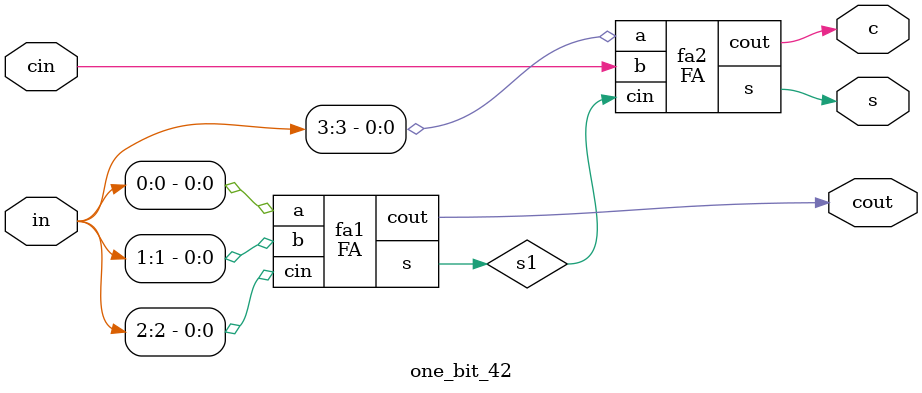
<source format=v>
module comp#(parameter n=5)(
	input [n-1:0]r11,//2^n
	input [n:0]r12,
	input [n-1:0]r13,//2^n -1
	input [n-1:0]r21,
	input [n:0]r22,
	input [n-1:0]r23,
	output reg [n-1:0]out1,
	output reg [n:0]out2,
	output reg [n-1:0]out3
	/*output eq1,
	output r11LTr21*/
    );
wire carry1,carry2,cout1,cout2;
wire [n-1:0]o1,o21,p1,p21,sum1,car1,sum2,car2;
wire [n:0]p2,p22;
reg comp;
wire eq1,eq2,eq3,p1LTp21,p2LTp22,r11LTr21;
//////p11(x)
/*set3_add_ppa63 add2({r11,1'b0},{~r13[n-1:0],~r13[n]},p2);
CSA #(n) add1(r12,~r11,{p2[n-1:0]},sum1,car1);
cla#(n) add3(sum1,{car1[n-2:0],1'b0},1'b0,p1,carry2);*/
set3_add_ppa63 ppa1({r13,1'b0},{~r12[n-1:0],~r12[n]},p2,cout1);
linear42_5bit l1(5'b00001,r11,r13,~r12[n-1:0],sum1,car1);
cla#(n) cla1(sum1,{car1[n-2:0],1'b0},cout1,p1,carry1);
//////p21(x)
/*set3_add_ppa63 add22({r21,1'b0},{~r23[n-1:0],~r23[n]},p22);
CSA #(n) add21(r22,~r21,{p22[n-1:0]},sum2,car2);
cla#(n) add23(sum2,{car2[n-2:0],1'b0},1'b0,p21,carry22);*/
set3_add_ppa63 ppa2({r23,1'b0},{~r22[n-1:0],~r22[n]},p22,cout2);
linear42_5bit l2(5'b00001,r21,r23,~r22[n-1:0],sum2,car2);
cla#(n) cla2(sum2,{car2[n-2:0],1'b0},cout2,p21,carry2);

bin_comp #(3*n+1) inst3({p1,p2,r11},{p21,p22,r21},eq1,r11LTr21);

always @(*) begin

	if(~eq1) begin
		if(~r11LTr21) begin
			out1<=r21;
			out2<=r22;
			out3<=r23;
		end

		else begin
			out1<=r11;
			out2<=r12;
			out3<=r13;
		end
	end
	else begin
		out1<=r11;
		out2<=r12;
		out3<=r13;
	end
end
endmodule

///////////////////////////////////////////////////////////////////////////////
module set3_add_ppa31(
    input [4:0] in1,
    input [4:0] in2,
    output [4:0] out
    );
wire [4:0]P,G;
wire [1:0]gs1,gs2,ps1,ps2;
wire gs3,ps3;
wire [4:0]gs4,ps4;
assign P=in1^in2;
assign G=in1&in2;

GA inst1(G[0],P[0],G[1],P[1],gs1[0],ps1[0]);
GA inst2(G[2],P[2],G[3],P[3],gs1[1],ps1[1]);
GA inst3(gs1[0],ps1[0],G[2],P[2],gs2[0],ps2[0]);
GA inst4(gs1[0],ps1[0],gs1[1],ps1[1],gs2[1],ps2[1]);
GA inst5(gs2[1],ps2[1],G[4],P[4],gs3,ps3);

gaa ins1(gs3,G[0],P[0],gs4[0]);
gaa ins2(gs3,gs1[0],ps1[0],gs4[1]);
gaa ins3(gs3,gs2[0],ps2[0],gs4[2]);
gaa ins4(gs3,gs2[1],gs2[1],gs4[3]);
gaa ins5(gs3,gs3,ps3,gs4[4]);

assign out[4:0]={P[4]^gs4[3],P[3]^gs4[2],P[2]^gs4[1],P[1]^gs4[0],P[0]^(gs3)};
endmodule

module GA(
	input gr,
	input pr,
	input gl,
	input pl,
	output g,
	output p
	);
assign g=gl|(gr&pl);
assign p=pl&pr;
endmodule

module gaa(
	input gr,
	input gl,
	input pl,
	output g
	);
assign g=gl|(gr&pl);
endmodule


module CSA#(parameter n=4)(
	 input [n-1:0] in1,
    input [n-1:0] in2,
	 input [n-1:0] in3,
    output [n-1:0] sum,
	 output [n-1:0] carry
    );

genvar i;
generate for(i=0;i<n;i=i+1) begin:faa
		FA inst (
    .a(in1[i]), 
    .b(in2[i]), 
    .cin(in3[i]), 
    .s(sum[i]), 
    .cout(carry[i])
    );
end
endgenerate

endmodule

module FA(
    input a,
    input b,
    input cin,
    output s,
    output cout
    );
    
    
	 assign s1=a^b;
    assign s=s1^cin;
    assign c1=a&b;
    assign c2=s1&cin;
    assign cout=c1|c2;  
    
endmodule

/////////////////////////////////////////////////////////////////////////////////
module ppa64(
    input [5:0] in1,
    input [5:0] in2,
    output [5:0] out
    );
wire [5:0]P,G;
wire [2:0]gs1,gs2,ps1,ps2;
wire [1:0]gs3,ps3;
wire [5:0]gs4,ps4;
assign P=in1^in2;
assign G=in1&in2;

GA inst1(G[0],P[0],G[1],P[1],gs1[0],ps1[0]);
GA inst2(G[2],P[2],G[3],P[3],gs1[1],ps1[1]);
GA inst6(G[4],P[4],G[5],P[5],gs1[2],ps1[2]);
GA inst3(gs1[0],ps1[0],G[2],P[2],gs2[0],ps2[0]);
GA inst4(gs1[0],ps1[0],gs1[1],ps1[1],gs2[1],ps2[1]);
GA inst5(gs2[1],ps2[1],G[4],P[4],gs3[0],ps3[0]);
GA inst7(gs2[2],ps2[2],gs2[1],ps2[1],gs3[1],ps3[1]);

assign out[5:0]={gs3[0]^P[5],gs2[1]^P[4],gs2[0]^P[3],gs1[0]^P[2],G[0]^P[1],P[0]};

endmodule

module bin_comp #(parameter n=16)(

	input [n-1:0]in1,
	input [n-1:0]in2,
	output reg eq,
	output reg i1LT2);
always@(*) begin
	if(in1==in2) begin
		eq<=1;
	end
	else begin
		eq<=0;
		if(in1>in2)
			i1LT2<=1;
		else
			i1LT2<=0;
	end
end
endmodule

/* module bin_comp #(parameter n=16)(

	input [n-1:0]in1,
	input [n-1:0]in2,
	output reg [n-1:0]out);
always@(*) begin
	if(in1==in2) begin
		out<=in1;
	end
	else begin
		if(in1>in2)
			out<=in1;
		else
			out<=in2;
	end
end
endmodule */

module set3_m_add_half_cla#( parameter n = 4 )
	(
    input [n-1:0] in1,
    input [n-1:0] in2,
    output reg [n-1:0] out
    );
	reg [n-1:0]p,g,out1,out2;
	reg [n:0]c1,c2;
	reg [n-1:0]j;
	wire carry=c2[n];
	
	always @(*) begin
	c1[0]=1'b0;
		p=in1^in2;
		g=in1&in2;
		for(j=0;j<n;j=j+1) begin
			c1[j+1]= g[j]|(p[j] & c1[j]);
		end
		out1=p^c1;

		for(j=0;j<n-1;j=j+1) begin
			c2[j+1]= g[j]|(p[j] & c2[j]);
		end
		
		c2[0]=c1[n];
		out=p^c2;
	end
//MUX #(n) multi1(out1,out2,carry,out[n-1:0]);
//cla #(n)add3(out1,{(n){1'b0}},carry1,out,carry2);

endmodule
/////////////////////////////////////////////////////////////////////////////////
module set3_add_ppa63(
    input [5:0] in1,
    input [5:0] in2,
    output [5:0] out,
	output cout
    );
wire [5:0]P,G;
wire [2:0]gs1,gs2,ps1,ps2;
wire [1:0]gs3,ps3;
wire [5:0]gs4,ps4;
assign P=in1^in2;
assign G=in1&in2;

GA inst1(G[0],P[0],G[1],P[1],gs1[0],ps1[0]);
GA inst2(G[2],P[2],G[3],P[3],gs1[1],ps1[1]);
GA inst6(G[4],P[4],G[5],P[5],gs1[2],ps1[2]);
GA inst3(gs1[0],ps1[0],G[2],P[2],gs2[0],ps2[0]);
GA inst4(gs1[0],ps1[0],gs1[1],ps1[1],gs2[1],ps2[1]);
GA inst5(gs2[1],ps2[1],G[4],P[4],gs3[0],ps3[0]);
GA inst7(gs2[2],ps2[2],gs2[1],ps2[1],gs3[1],ps3[1]);
gaa ins1(gs3[1],G[0],P[0],gs4[0]);
gaa ins2(gs3[1],gs1[0],ps1[0],gs4[1]);
gaa ins3(gs3[1],gs2[0],ps2[0],gs4[2]);
gaa ins4(gs3[1],gs2[1],gs2[1],gs4[3]);
gaa ins5(gs3[1],gs3[0],ps3[0],gs4[4]);
assign cout=g3[1];
assign out[5:0]={P[5]^gs4[4],P[4]^gs4[3],P[3]^gs4[2],P[2]^gs4[1],P[1]^gs4[0],P[0]^(gs3[1])};

endmodule

/////////////////////////////////////////////////////////////////////////////////
module cla#(parameter n=4)(
    input [n-1:0] in1,
    input [n-1:0] in2,
    input cin,
    output reg [n-1:0] out,
	 output reg carry
    );

	reg [n-1:0]p,g;
	reg [n:0]c;
	reg [n-1:0]j;
	
	always @(*) begin
	c[0]=cin;
		p=in1^in2;
		g=in1&in2;
		for(j=0;j<n;j=j+1) begin
			c[j+1]= g[j]|(p[j] & c[j]);
		end
		out=p^c;
		carry=c[n];
	end

endmodule
/////////////////////////////////////////////////
module linear42_5bit(
    input [4:0] in1,
	input [4:0] in2,
	input [4:0] in3,
	input [4:0] in4,
	output [4:0] out1,
	output [4:0] out2
	);
wire cout1,cout2,cout3,cout4,cout5,cout6;
reg cout5_reg=0;
always @* begin
	cout5_reg=cout5;
end
one_bit_42 inst1({in1[0],in2[0],in3[0],in4[0]},cout5_reg,cout1,out1[0],out2[0]);
one_bit_42 inst2({in1[1],in2[1],in3[1],in4[1]},cout1,cout2,out1[1],out2[1]);
one_bit_42 inst3({in1[2],in2[2],in3[2],in4[2]},cout2,cout3,out1[2],out2[2]);
one_bit_42 inst4({in1[3],in2[3],in3[3],in4[3]},cout3,cout4,out1[3],out2[3]);
one_bit_42 inst5({in1[4],in2[4],in3[4],in4[4]},cout4,cout5,out1[4],out2[4]);
endmodule
/////////////////////////////////////////////////
//////////////////////////////////////////////
module one_bit_42(
    input [3:0]in,
    input cin,
    output cout,
	output s,
	output c
    );
    wire s1,s2;
    FA fa1(
            in[0],in[1],in[2],s1,cout
        );
    FA fa2(
            in[3],cin,s1,s,c
        );
endmodule
//////////////////////////////////////////////

</source>
